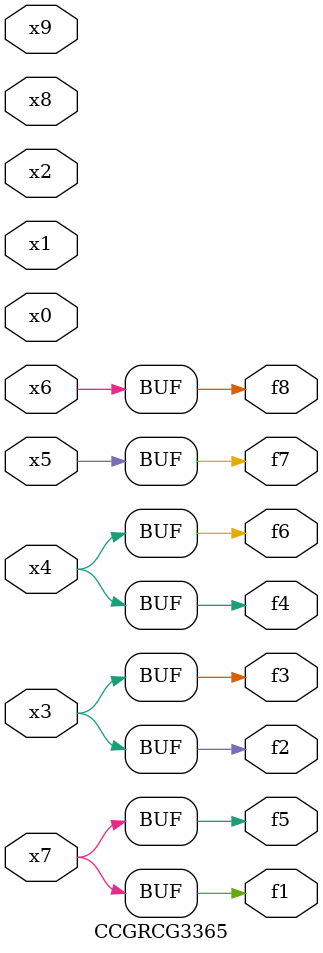
<source format=v>
module CCGRCG3365(
	input x0, x1, x2, x3, x4, x5, x6, x7, x8, x9,
	output f1, f2, f3, f4, f5, f6, f7, f8
);
	assign f1 = x7;
	assign f2 = x3;
	assign f3 = x3;
	assign f4 = x4;
	assign f5 = x7;
	assign f6 = x4;
	assign f7 = x5;
	assign f8 = x6;
endmodule

</source>
